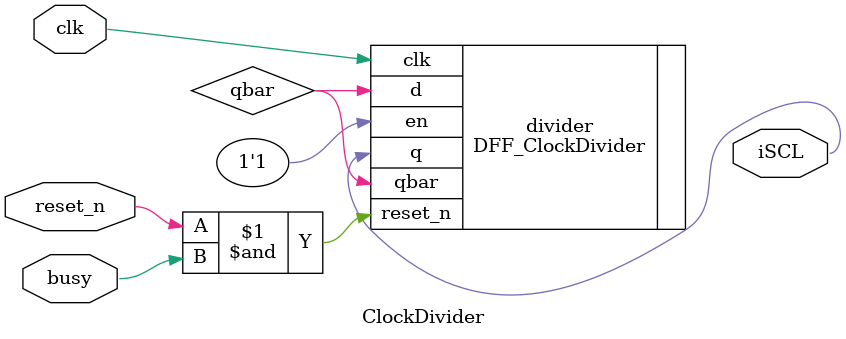
<source format=v>

/******************************************************************* 
 *  
 * Module: ClockDivider.v 
 * Project: i2cMaster
 * Author: Aya ElAkhras,   ayaelakhras@aucegypt.edu
 * Description: This module is a clock divider responsible for generating an internal clk signal that is half the frequency of the system clk 
 *  
 * Change history: 02/11/18 – Started Working  
 *                 10/29/17 – Did something else 
 *  
 **********************************************************************/ 


`timescale 1ns/1ns

module ClockDivider(clk, reset_n, busy,  iSCL);     // suppose that it outputs its divided clk into 2 wires clk and iSCL..   
    input clk;
    input reset_n;
    input busy;
    
    output iSCL;
    
    wire qbar;
    
    DFF_ClockDivider  divider (.clk(clk), .reset_n(reset_n & busy), .en(1'b1), .d(qbar), .q(iSCL), .qbar(qbar) );    
    


endmodule


</source>
